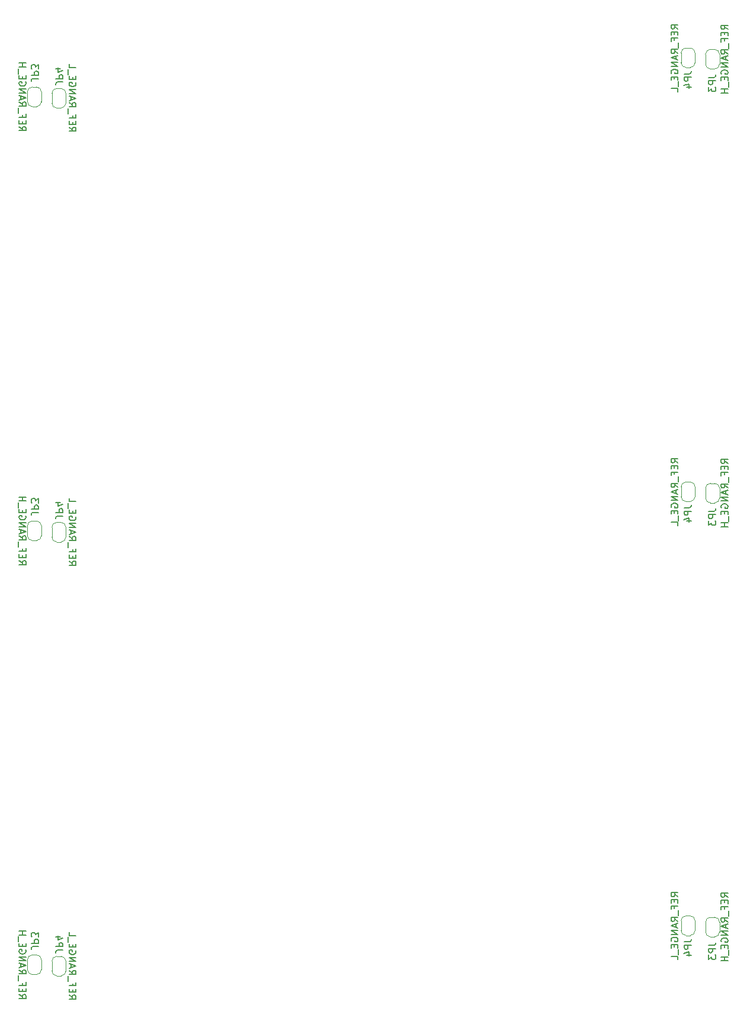
<source format=gbo>
G04 #@! TF.GenerationSoftware,KiCad,Pcbnew,7.0.5-7.0.5~ubuntu22.04.1*
G04 #@! TF.CreationDate,2023-06-19T14:44:07+01:00*
G04 #@! TF.ProjectId,panel,70616e65-6c2e-46b6-9963-61645f706362,v01*
G04 #@! TF.SameCoordinates,Original*
G04 #@! TF.FileFunction,Legend,Bot*
G04 #@! TF.FilePolarity,Positive*
%FSLAX46Y46*%
G04 Gerber Fmt 4.6, Leading zero omitted, Abs format (unit mm)*
G04 Created by KiCad (PCBNEW 7.0.5-7.0.5~ubuntu22.04.1) date 2023-06-19 14:44:07*
%MOMM*%
%LPD*%
G01*
G04 APERTURE LIST*
%ADD10C,0.150000*%
%ADD11C,0.120000*%
G04 APERTURE END LIST*
D10*
G04 #@! TO.C,JP4*
X6545180Y-154583333D02*
X5830895Y-154583333D01*
X5830895Y-154583333D02*
X5688038Y-154630952D01*
X5688038Y-154630952D02*
X5592800Y-154726190D01*
X5592800Y-154726190D02*
X5545180Y-154869047D01*
X5545180Y-154869047D02*
X5545180Y-154964285D01*
X5545180Y-154107142D02*
X6545180Y-154107142D01*
X6545180Y-154107142D02*
X6545180Y-153726190D01*
X6545180Y-153726190D02*
X6497561Y-153630952D01*
X6497561Y-153630952D02*
X6449942Y-153583333D01*
X6449942Y-153583333D02*
X6354704Y-153535714D01*
X6354704Y-153535714D02*
X6211847Y-153535714D01*
X6211847Y-153535714D02*
X6116609Y-153583333D01*
X6116609Y-153583333D02*
X6068990Y-153630952D01*
X6068990Y-153630952D02*
X6021371Y-153726190D01*
X6021371Y-153726190D02*
X6021371Y-154107142D01*
X6211847Y-152678571D02*
X5545180Y-152678571D01*
X6592800Y-152916666D02*
X5878514Y-153154761D01*
X5878514Y-153154761D02*
X5878514Y-152535714D01*
X7445180Y-161032857D02*
X7921371Y-161366190D01*
X7445180Y-161604285D02*
X8445180Y-161604285D01*
X8445180Y-161604285D02*
X8445180Y-161223333D01*
X8445180Y-161223333D02*
X8397561Y-161128095D01*
X8397561Y-161128095D02*
X8349942Y-161080476D01*
X8349942Y-161080476D02*
X8254704Y-161032857D01*
X8254704Y-161032857D02*
X8111847Y-161032857D01*
X8111847Y-161032857D02*
X8016609Y-161080476D01*
X8016609Y-161080476D02*
X7968990Y-161128095D01*
X7968990Y-161128095D02*
X7921371Y-161223333D01*
X7921371Y-161223333D02*
X7921371Y-161604285D01*
X7968990Y-160604285D02*
X7968990Y-160270952D01*
X7445180Y-160128095D02*
X7445180Y-160604285D01*
X7445180Y-160604285D02*
X8445180Y-160604285D01*
X8445180Y-160604285D02*
X8445180Y-160128095D01*
X7968990Y-159366190D02*
X7968990Y-159699523D01*
X7445180Y-159699523D02*
X8445180Y-159699523D01*
X8445180Y-159699523D02*
X8445180Y-159223333D01*
X7349942Y-159080476D02*
X7349942Y-158318571D01*
X7445180Y-157509047D02*
X7921371Y-157842380D01*
X7445180Y-158080475D02*
X8445180Y-158080475D01*
X8445180Y-158080475D02*
X8445180Y-157699523D01*
X8445180Y-157699523D02*
X8397561Y-157604285D01*
X8397561Y-157604285D02*
X8349942Y-157556666D01*
X8349942Y-157556666D02*
X8254704Y-157509047D01*
X8254704Y-157509047D02*
X8111847Y-157509047D01*
X8111847Y-157509047D02*
X8016609Y-157556666D01*
X8016609Y-157556666D02*
X7968990Y-157604285D01*
X7968990Y-157604285D02*
X7921371Y-157699523D01*
X7921371Y-157699523D02*
X7921371Y-158080475D01*
X7730895Y-157128094D02*
X7730895Y-156651904D01*
X7445180Y-157223332D02*
X8445180Y-156889999D01*
X8445180Y-156889999D02*
X7445180Y-156556666D01*
X7445180Y-156223332D02*
X8445180Y-156223332D01*
X8445180Y-156223332D02*
X7445180Y-155651904D01*
X7445180Y-155651904D02*
X8445180Y-155651904D01*
X8397561Y-154651904D02*
X8445180Y-154747142D01*
X8445180Y-154747142D02*
X8445180Y-154889999D01*
X8445180Y-154889999D02*
X8397561Y-155032856D01*
X8397561Y-155032856D02*
X8302323Y-155128094D01*
X8302323Y-155128094D02*
X8207085Y-155175713D01*
X8207085Y-155175713D02*
X8016609Y-155223332D01*
X8016609Y-155223332D02*
X7873752Y-155223332D01*
X7873752Y-155223332D02*
X7683276Y-155175713D01*
X7683276Y-155175713D02*
X7588038Y-155128094D01*
X7588038Y-155128094D02*
X7492800Y-155032856D01*
X7492800Y-155032856D02*
X7445180Y-154889999D01*
X7445180Y-154889999D02*
X7445180Y-154794761D01*
X7445180Y-154794761D02*
X7492800Y-154651904D01*
X7492800Y-154651904D02*
X7540419Y-154604285D01*
X7540419Y-154604285D02*
X7873752Y-154604285D01*
X7873752Y-154604285D02*
X7873752Y-154794761D01*
X7968990Y-154175713D02*
X7968990Y-153842380D01*
X7445180Y-153699523D02*
X7445180Y-154175713D01*
X7445180Y-154175713D02*
X8445180Y-154175713D01*
X8445180Y-154175713D02*
X8445180Y-153699523D01*
X7349942Y-153509047D02*
X7349942Y-152747142D01*
X7445180Y-152032856D02*
X7445180Y-152509046D01*
X7445180Y-152509046D02*
X8445180Y-152509046D01*
X95454819Y-29416666D02*
X96169104Y-29416666D01*
X96169104Y-29416666D02*
X96311961Y-29369047D01*
X96311961Y-29369047D02*
X96407200Y-29273809D01*
X96407200Y-29273809D02*
X96454819Y-29130952D01*
X96454819Y-29130952D02*
X96454819Y-29035714D01*
X96454819Y-29892857D02*
X95454819Y-29892857D01*
X95454819Y-29892857D02*
X95454819Y-30273809D01*
X95454819Y-30273809D02*
X95502438Y-30369047D01*
X95502438Y-30369047D02*
X95550057Y-30416666D01*
X95550057Y-30416666D02*
X95645295Y-30464285D01*
X95645295Y-30464285D02*
X95788152Y-30464285D01*
X95788152Y-30464285D02*
X95883390Y-30416666D01*
X95883390Y-30416666D02*
X95931009Y-30369047D01*
X95931009Y-30369047D02*
X95978628Y-30273809D01*
X95978628Y-30273809D02*
X95978628Y-29892857D01*
X95788152Y-31321428D02*
X96454819Y-31321428D01*
X95407200Y-31083333D02*
X96121485Y-30845238D01*
X96121485Y-30845238D02*
X96121485Y-31464285D01*
X94554819Y-22967142D02*
X94078628Y-22633809D01*
X94554819Y-22395714D02*
X93554819Y-22395714D01*
X93554819Y-22395714D02*
X93554819Y-22776666D01*
X93554819Y-22776666D02*
X93602438Y-22871904D01*
X93602438Y-22871904D02*
X93650057Y-22919523D01*
X93650057Y-22919523D02*
X93745295Y-22967142D01*
X93745295Y-22967142D02*
X93888152Y-22967142D01*
X93888152Y-22967142D02*
X93983390Y-22919523D01*
X93983390Y-22919523D02*
X94031009Y-22871904D01*
X94031009Y-22871904D02*
X94078628Y-22776666D01*
X94078628Y-22776666D02*
X94078628Y-22395714D01*
X94031009Y-23395714D02*
X94031009Y-23729047D01*
X94554819Y-23871904D02*
X94554819Y-23395714D01*
X94554819Y-23395714D02*
X93554819Y-23395714D01*
X93554819Y-23395714D02*
X93554819Y-23871904D01*
X94031009Y-24633809D02*
X94031009Y-24300476D01*
X94554819Y-24300476D02*
X93554819Y-24300476D01*
X93554819Y-24300476D02*
X93554819Y-24776666D01*
X94650057Y-24919524D02*
X94650057Y-25681428D01*
X94554819Y-26490952D02*
X94078628Y-26157619D01*
X94554819Y-25919524D02*
X93554819Y-25919524D01*
X93554819Y-25919524D02*
X93554819Y-26300476D01*
X93554819Y-26300476D02*
X93602438Y-26395714D01*
X93602438Y-26395714D02*
X93650057Y-26443333D01*
X93650057Y-26443333D02*
X93745295Y-26490952D01*
X93745295Y-26490952D02*
X93888152Y-26490952D01*
X93888152Y-26490952D02*
X93983390Y-26443333D01*
X93983390Y-26443333D02*
X94031009Y-26395714D01*
X94031009Y-26395714D02*
X94078628Y-26300476D01*
X94078628Y-26300476D02*
X94078628Y-25919524D01*
X94269104Y-26871905D02*
X94269104Y-27348095D01*
X94554819Y-26776667D02*
X93554819Y-27110000D01*
X93554819Y-27110000D02*
X94554819Y-27443333D01*
X94554819Y-27776667D02*
X93554819Y-27776667D01*
X93554819Y-27776667D02*
X94554819Y-28348095D01*
X94554819Y-28348095D02*
X93554819Y-28348095D01*
X93602438Y-29348095D02*
X93554819Y-29252857D01*
X93554819Y-29252857D02*
X93554819Y-29110000D01*
X93554819Y-29110000D02*
X93602438Y-28967143D01*
X93602438Y-28967143D02*
X93697676Y-28871905D01*
X93697676Y-28871905D02*
X93792914Y-28824286D01*
X93792914Y-28824286D02*
X93983390Y-28776667D01*
X93983390Y-28776667D02*
X94126247Y-28776667D01*
X94126247Y-28776667D02*
X94316723Y-28824286D01*
X94316723Y-28824286D02*
X94411961Y-28871905D01*
X94411961Y-28871905D02*
X94507200Y-28967143D01*
X94507200Y-28967143D02*
X94554819Y-29110000D01*
X94554819Y-29110000D02*
X94554819Y-29205238D01*
X94554819Y-29205238D02*
X94507200Y-29348095D01*
X94507200Y-29348095D02*
X94459580Y-29395714D01*
X94459580Y-29395714D02*
X94126247Y-29395714D01*
X94126247Y-29395714D02*
X94126247Y-29205238D01*
X94031009Y-29824286D02*
X94031009Y-30157619D01*
X94554819Y-30300476D02*
X94554819Y-29824286D01*
X94554819Y-29824286D02*
X93554819Y-29824286D01*
X93554819Y-29824286D02*
X93554819Y-30300476D01*
X94650057Y-30490953D02*
X94650057Y-31252857D01*
X94554819Y-31967143D02*
X94554819Y-31490953D01*
X94554819Y-31490953D02*
X93554819Y-31490953D01*
G04 #@! TO.C,JP3*
X98954819Y-29916666D02*
X99669104Y-29916666D01*
X99669104Y-29916666D02*
X99811961Y-29869047D01*
X99811961Y-29869047D02*
X99907200Y-29773809D01*
X99907200Y-29773809D02*
X99954819Y-29630952D01*
X99954819Y-29630952D02*
X99954819Y-29535714D01*
X99954819Y-30392857D02*
X98954819Y-30392857D01*
X98954819Y-30392857D02*
X98954819Y-30773809D01*
X98954819Y-30773809D02*
X99002438Y-30869047D01*
X99002438Y-30869047D02*
X99050057Y-30916666D01*
X99050057Y-30916666D02*
X99145295Y-30964285D01*
X99145295Y-30964285D02*
X99288152Y-30964285D01*
X99288152Y-30964285D02*
X99383390Y-30916666D01*
X99383390Y-30916666D02*
X99431009Y-30869047D01*
X99431009Y-30869047D02*
X99478628Y-30773809D01*
X99478628Y-30773809D02*
X99478628Y-30392857D01*
X98954819Y-31297619D02*
X98954819Y-31916666D01*
X98954819Y-31916666D02*
X99335771Y-31583333D01*
X99335771Y-31583333D02*
X99335771Y-31726190D01*
X99335771Y-31726190D02*
X99383390Y-31821428D01*
X99383390Y-31821428D02*
X99431009Y-31869047D01*
X99431009Y-31869047D02*
X99526247Y-31916666D01*
X99526247Y-31916666D02*
X99764342Y-31916666D01*
X99764342Y-31916666D02*
X99859580Y-31869047D01*
X99859580Y-31869047D02*
X99907200Y-31821428D01*
X99907200Y-31821428D02*
X99954819Y-31726190D01*
X99954819Y-31726190D02*
X99954819Y-31440476D01*
X99954819Y-31440476D02*
X99907200Y-31345238D01*
X99907200Y-31345238D02*
X99859580Y-31297619D01*
X101704819Y-23048094D02*
X101228628Y-22714761D01*
X101704819Y-22476666D02*
X100704819Y-22476666D01*
X100704819Y-22476666D02*
X100704819Y-22857618D01*
X100704819Y-22857618D02*
X100752438Y-22952856D01*
X100752438Y-22952856D02*
X100800057Y-23000475D01*
X100800057Y-23000475D02*
X100895295Y-23048094D01*
X100895295Y-23048094D02*
X101038152Y-23048094D01*
X101038152Y-23048094D02*
X101133390Y-23000475D01*
X101133390Y-23000475D02*
X101181009Y-22952856D01*
X101181009Y-22952856D02*
X101228628Y-22857618D01*
X101228628Y-22857618D02*
X101228628Y-22476666D01*
X101181009Y-23476666D02*
X101181009Y-23809999D01*
X101704819Y-23952856D02*
X101704819Y-23476666D01*
X101704819Y-23476666D02*
X100704819Y-23476666D01*
X100704819Y-23476666D02*
X100704819Y-23952856D01*
X101181009Y-24714761D02*
X101181009Y-24381428D01*
X101704819Y-24381428D02*
X100704819Y-24381428D01*
X100704819Y-24381428D02*
X100704819Y-24857618D01*
X101800057Y-25000476D02*
X101800057Y-25762380D01*
X101704819Y-26571904D02*
X101228628Y-26238571D01*
X101704819Y-26000476D02*
X100704819Y-26000476D01*
X100704819Y-26000476D02*
X100704819Y-26381428D01*
X100704819Y-26381428D02*
X100752438Y-26476666D01*
X100752438Y-26476666D02*
X100800057Y-26524285D01*
X100800057Y-26524285D02*
X100895295Y-26571904D01*
X100895295Y-26571904D02*
X101038152Y-26571904D01*
X101038152Y-26571904D02*
X101133390Y-26524285D01*
X101133390Y-26524285D02*
X101181009Y-26476666D01*
X101181009Y-26476666D02*
X101228628Y-26381428D01*
X101228628Y-26381428D02*
X101228628Y-26000476D01*
X101419104Y-26952857D02*
X101419104Y-27429047D01*
X101704819Y-26857619D02*
X100704819Y-27190952D01*
X100704819Y-27190952D02*
X101704819Y-27524285D01*
X101704819Y-27857619D02*
X100704819Y-27857619D01*
X100704819Y-27857619D02*
X101704819Y-28429047D01*
X101704819Y-28429047D02*
X100704819Y-28429047D01*
X100752438Y-29429047D02*
X100704819Y-29333809D01*
X100704819Y-29333809D02*
X100704819Y-29190952D01*
X100704819Y-29190952D02*
X100752438Y-29048095D01*
X100752438Y-29048095D02*
X100847676Y-28952857D01*
X100847676Y-28952857D02*
X100942914Y-28905238D01*
X100942914Y-28905238D02*
X101133390Y-28857619D01*
X101133390Y-28857619D02*
X101276247Y-28857619D01*
X101276247Y-28857619D02*
X101466723Y-28905238D01*
X101466723Y-28905238D02*
X101561961Y-28952857D01*
X101561961Y-28952857D02*
X101657200Y-29048095D01*
X101657200Y-29048095D02*
X101704819Y-29190952D01*
X101704819Y-29190952D02*
X101704819Y-29286190D01*
X101704819Y-29286190D02*
X101657200Y-29429047D01*
X101657200Y-29429047D02*
X101609580Y-29476666D01*
X101609580Y-29476666D02*
X101276247Y-29476666D01*
X101276247Y-29476666D02*
X101276247Y-29286190D01*
X101181009Y-29905238D02*
X101181009Y-30238571D01*
X101704819Y-30381428D02*
X101704819Y-29905238D01*
X101704819Y-29905238D02*
X100704819Y-29905238D01*
X100704819Y-29905238D02*
X100704819Y-30381428D01*
X101800057Y-30571905D02*
X101800057Y-31333809D01*
X101704819Y-31571905D02*
X100704819Y-31571905D01*
X101181009Y-31571905D02*
X101181009Y-32143333D01*
X101704819Y-32143333D02*
X100704819Y-32143333D01*
G04 #@! TO.C,JP4*
X95454819Y-91416666D02*
X96169104Y-91416666D01*
X96169104Y-91416666D02*
X96311961Y-91369047D01*
X96311961Y-91369047D02*
X96407200Y-91273809D01*
X96407200Y-91273809D02*
X96454819Y-91130952D01*
X96454819Y-91130952D02*
X96454819Y-91035714D01*
X96454819Y-91892857D02*
X95454819Y-91892857D01*
X95454819Y-91892857D02*
X95454819Y-92273809D01*
X95454819Y-92273809D02*
X95502438Y-92369047D01*
X95502438Y-92369047D02*
X95550057Y-92416666D01*
X95550057Y-92416666D02*
X95645295Y-92464285D01*
X95645295Y-92464285D02*
X95788152Y-92464285D01*
X95788152Y-92464285D02*
X95883390Y-92416666D01*
X95883390Y-92416666D02*
X95931009Y-92369047D01*
X95931009Y-92369047D02*
X95978628Y-92273809D01*
X95978628Y-92273809D02*
X95978628Y-91892857D01*
X95788152Y-93321428D02*
X96454819Y-93321428D01*
X95407200Y-93083333D02*
X96121485Y-92845238D01*
X96121485Y-92845238D02*
X96121485Y-93464285D01*
X94554819Y-84967142D02*
X94078628Y-84633809D01*
X94554819Y-84395714D02*
X93554819Y-84395714D01*
X93554819Y-84395714D02*
X93554819Y-84776666D01*
X93554819Y-84776666D02*
X93602438Y-84871904D01*
X93602438Y-84871904D02*
X93650057Y-84919523D01*
X93650057Y-84919523D02*
X93745295Y-84967142D01*
X93745295Y-84967142D02*
X93888152Y-84967142D01*
X93888152Y-84967142D02*
X93983390Y-84919523D01*
X93983390Y-84919523D02*
X94031009Y-84871904D01*
X94031009Y-84871904D02*
X94078628Y-84776666D01*
X94078628Y-84776666D02*
X94078628Y-84395714D01*
X94031009Y-85395714D02*
X94031009Y-85729047D01*
X94554819Y-85871904D02*
X94554819Y-85395714D01*
X94554819Y-85395714D02*
X93554819Y-85395714D01*
X93554819Y-85395714D02*
X93554819Y-85871904D01*
X94031009Y-86633809D02*
X94031009Y-86300476D01*
X94554819Y-86300476D02*
X93554819Y-86300476D01*
X93554819Y-86300476D02*
X93554819Y-86776666D01*
X94650057Y-86919524D02*
X94650057Y-87681428D01*
X94554819Y-88490952D02*
X94078628Y-88157619D01*
X94554819Y-87919524D02*
X93554819Y-87919524D01*
X93554819Y-87919524D02*
X93554819Y-88300476D01*
X93554819Y-88300476D02*
X93602438Y-88395714D01*
X93602438Y-88395714D02*
X93650057Y-88443333D01*
X93650057Y-88443333D02*
X93745295Y-88490952D01*
X93745295Y-88490952D02*
X93888152Y-88490952D01*
X93888152Y-88490952D02*
X93983390Y-88443333D01*
X93983390Y-88443333D02*
X94031009Y-88395714D01*
X94031009Y-88395714D02*
X94078628Y-88300476D01*
X94078628Y-88300476D02*
X94078628Y-87919524D01*
X94269104Y-88871905D02*
X94269104Y-89348095D01*
X94554819Y-88776667D02*
X93554819Y-89110000D01*
X93554819Y-89110000D02*
X94554819Y-89443333D01*
X94554819Y-89776667D02*
X93554819Y-89776667D01*
X93554819Y-89776667D02*
X94554819Y-90348095D01*
X94554819Y-90348095D02*
X93554819Y-90348095D01*
X93602438Y-91348095D02*
X93554819Y-91252857D01*
X93554819Y-91252857D02*
X93554819Y-91110000D01*
X93554819Y-91110000D02*
X93602438Y-90967143D01*
X93602438Y-90967143D02*
X93697676Y-90871905D01*
X93697676Y-90871905D02*
X93792914Y-90824286D01*
X93792914Y-90824286D02*
X93983390Y-90776667D01*
X93983390Y-90776667D02*
X94126247Y-90776667D01*
X94126247Y-90776667D02*
X94316723Y-90824286D01*
X94316723Y-90824286D02*
X94411961Y-90871905D01*
X94411961Y-90871905D02*
X94507200Y-90967143D01*
X94507200Y-90967143D02*
X94554819Y-91110000D01*
X94554819Y-91110000D02*
X94554819Y-91205238D01*
X94554819Y-91205238D02*
X94507200Y-91348095D01*
X94507200Y-91348095D02*
X94459580Y-91395714D01*
X94459580Y-91395714D02*
X94126247Y-91395714D01*
X94126247Y-91395714D02*
X94126247Y-91205238D01*
X94031009Y-91824286D02*
X94031009Y-92157619D01*
X94554819Y-92300476D02*
X94554819Y-91824286D01*
X94554819Y-91824286D02*
X93554819Y-91824286D01*
X93554819Y-91824286D02*
X93554819Y-92300476D01*
X94650057Y-92490953D02*
X94650057Y-93252857D01*
X94554819Y-93967143D02*
X94554819Y-93490953D01*
X94554819Y-93490953D02*
X93554819Y-93490953D01*
X6545180Y-92583333D02*
X5830895Y-92583333D01*
X5830895Y-92583333D02*
X5688038Y-92630952D01*
X5688038Y-92630952D02*
X5592800Y-92726190D01*
X5592800Y-92726190D02*
X5545180Y-92869047D01*
X5545180Y-92869047D02*
X5545180Y-92964285D01*
X5545180Y-92107142D02*
X6545180Y-92107142D01*
X6545180Y-92107142D02*
X6545180Y-91726190D01*
X6545180Y-91726190D02*
X6497561Y-91630952D01*
X6497561Y-91630952D02*
X6449942Y-91583333D01*
X6449942Y-91583333D02*
X6354704Y-91535714D01*
X6354704Y-91535714D02*
X6211847Y-91535714D01*
X6211847Y-91535714D02*
X6116609Y-91583333D01*
X6116609Y-91583333D02*
X6068990Y-91630952D01*
X6068990Y-91630952D02*
X6021371Y-91726190D01*
X6021371Y-91726190D02*
X6021371Y-92107142D01*
X6211847Y-90678571D02*
X5545180Y-90678571D01*
X6592800Y-90916666D02*
X5878514Y-91154761D01*
X5878514Y-91154761D02*
X5878514Y-90535714D01*
X7445180Y-99032857D02*
X7921371Y-99366190D01*
X7445180Y-99604285D02*
X8445180Y-99604285D01*
X8445180Y-99604285D02*
X8445180Y-99223333D01*
X8445180Y-99223333D02*
X8397561Y-99128095D01*
X8397561Y-99128095D02*
X8349942Y-99080476D01*
X8349942Y-99080476D02*
X8254704Y-99032857D01*
X8254704Y-99032857D02*
X8111847Y-99032857D01*
X8111847Y-99032857D02*
X8016609Y-99080476D01*
X8016609Y-99080476D02*
X7968990Y-99128095D01*
X7968990Y-99128095D02*
X7921371Y-99223333D01*
X7921371Y-99223333D02*
X7921371Y-99604285D01*
X7968990Y-98604285D02*
X7968990Y-98270952D01*
X7445180Y-98128095D02*
X7445180Y-98604285D01*
X7445180Y-98604285D02*
X8445180Y-98604285D01*
X8445180Y-98604285D02*
X8445180Y-98128095D01*
X7968990Y-97366190D02*
X7968990Y-97699523D01*
X7445180Y-97699523D02*
X8445180Y-97699523D01*
X8445180Y-97699523D02*
X8445180Y-97223333D01*
X7349942Y-97080476D02*
X7349942Y-96318571D01*
X7445180Y-95509047D02*
X7921371Y-95842380D01*
X7445180Y-96080475D02*
X8445180Y-96080475D01*
X8445180Y-96080475D02*
X8445180Y-95699523D01*
X8445180Y-95699523D02*
X8397561Y-95604285D01*
X8397561Y-95604285D02*
X8349942Y-95556666D01*
X8349942Y-95556666D02*
X8254704Y-95509047D01*
X8254704Y-95509047D02*
X8111847Y-95509047D01*
X8111847Y-95509047D02*
X8016609Y-95556666D01*
X8016609Y-95556666D02*
X7968990Y-95604285D01*
X7968990Y-95604285D02*
X7921371Y-95699523D01*
X7921371Y-95699523D02*
X7921371Y-96080475D01*
X7730895Y-95128094D02*
X7730895Y-94651904D01*
X7445180Y-95223332D02*
X8445180Y-94889999D01*
X8445180Y-94889999D02*
X7445180Y-94556666D01*
X7445180Y-94223332D02*
X8445180Y-94223332D01*
X8445180Y-94223332D02*
X7445180Y-93651904D01*
X7445180Y-93651904D02*
X8445180Y-93651904D01*
X8397561Y-92651904D02*
X8445180Y-92747142D01*
X8445180Y-92747142D02*
X8445180Y-92889999D01*
X8445180Y-92889999D02*
X8397561Y-93032856D01*
X8397561Y-93032856D02*
X8302323Y-93128094D01*
X8302323Y-93128094D02*
X8207085Y-93175713D01*
X8207085Y-93175713D02*
X8016609Y-93223332D01*
X8016609Y-93223332D02*
X7873752Y-93223332D01*
X7873752Y-93223332D02*
X7683276Y-93175713D01*
X7683276Y-93175713D02*
X7588038Y-93128094D01*
X7588038Y-93128094D02*
X7492800Y-93032856D01*
X7492800Y-93032856D02*
X7445180Y-92889999D01*
X7445180Y-92889999D02*
X7445180Y-92794761D01*
X7445180Y-92794761D02*
X7492800Y-92651904D01*
X7492800Y-92651904D02*
X7540419Y-92604285D01*
X7540419Y-92604285D02*
X7873752Y-92604285D01*
X7873752Y-92604285D02*
X7873752Y-92794761D01*
X7968990Y-92175713D02*
X7968990Y-91842380D01*
X7445180Y-91699523D02*
X7445180Y-92175713D01*
X7445180Y-92175713D02*
X8445180Y-92175713D01*
X8445180Y-92175713D02*
X8445180Y-91699523D01*
X7349942Y-91509047D02*
X7349942Y-90747142D01*
X7445180Y-90032856D02*
X7445180Y-90509046D01*
X7445180Y-90509046D02*
X8445180Y-90509046D01*
G04 #@! TO.C,JP3*
X98954819Y-91916666D02*
X99669104Y-91916666D01*
X99669104Y-91916666D02*
X99811961Y-91869047D01*
X99811961Y-91869047D02*
X99907200Y-91773809D01*
X99907200Y-91773809D02*
X99954819Y-91630952D01*
X99954819Y-91630952D02*
X99954819Y-91535714D01*
X99954819Y-92392857D02*
X98954819Y-92392857D01*
X98954819Y-92392857D02*
X98954819Y-92773809D01*
X98954819Y-92773809D02*
X99002438Y-92869047D01*
X99002438Y-92869047D02*
X99050057Y-92916666D01*
X99050057Y-92916666D02*
X99145295Y-92964285D01*
X99145295Y-92964285D02*
X99288152Y-92964285D01*
X99288152Y-92964285D02*
X99383390Y-92916666D01*
X99383390Y-92916666D02*
X99431009Y-92869047D01*
X99431009Y-92869047D02*
X99478628Y-92773809D01*
X99478628Y-92773809D02*
X99478628Y-92392857D01*
X98954819Y-93297619D02*
X98954819Y-93916666D01*
X98954819Y-93916666D02*
X99335771Y-93583333D01*
X99335771Y-93583333D02*
X99335771Y-93726190D01*
X99335771Y-93726190D02*
X99383390Y-93821428D01*
X99383390Y-93821428D02*
X99431009Y-93869047D01*
X99431009Y-93869047D02*
X99526247Y-93916666D01*
X99526247Y-93916666D02*
X99764342Y-93916666D01*
X99764342Y-93916666D02*
X99859580Y-93869047D01*
X99859580Y-93869047D02*
X99907200Y-93821428D01*
X99907200Y-93821428D02*
X99954819Y-93726190D01*
X99954819Y-93726190D02*
X99954819Y-93440476D01*
X99954819Y-93440476D02*
X99907200Y-93345238D01*
X99907200Y-93345238D02*
X99859580Y-93297619D01*
X101704819Y-85048094D02*
X101228628Y-84714761D01*
X101704819Y-84476666D02*
X100704819Y-84476666D01*
X100704819Y-84476666D02*
X100704819Y-84857618D01*
X100704819Y-84857618D02*
X100752438Y-84952856D01*
X100752438Y-84952856D02*
X100800057Y-85000475D01*
X100800057Y-85000475D02*
X100895295Y-85048094D01*
X100895295Y-85048094D02*
X101038152Y-85048094D01*
X101038152Y-85048094D02*
X101133390Y-85000475D01*
X101133390Y-85000475D02*
X101181009Y-84952856D01*
X101181009Y-84952856D02*
X101228628Y-84857618D01*
X101228628Y-84857618D02*
X101228628Y-84476666D01*
X101181009Y-85476666D02*
X101181009Y-85809999D01*
X101704819Y-85952856D02*
X101704819Y-85476666D01*
X101704819Y-85476666D02*
X100704819Y-85476666D01*
X100704819Y-85476666D02*
X100704819Y-85952856D01*
X101181009Y-86714761D02*
X101181009Y-86381428D01*
X101704819Y-86381428D02*
X100704819Y-86381428D01*
X100704819Y-86381428D02*
X100704819Y-86857618D01*
X101800057Y-87000476D02*
X101800057Y-87762380D01*
X101704819Y-88571904D02*
X101228628Y-88238571D01*
X101704819Y-88000476D02*
X100704819Y-88000476D01*
X100704819Y-88000476D02*
X100704819Y-88381428D01*
X100704819Y-88381428D02*
X100752438Y-88476666D01*
X100752438Y-88476666D02*
X100800057Y-88524285D01*
X100800057Y-88524285D02*
X100895295Y-88571904D01*
X100895295Y-88571904D02*
X101038152Y-88571904D01*
X101038152Y-88571904D02*
X101133390Y-88524285D01*
X101133390Y-88524285D02*
X101181009Y-88476666D01*
X101181009Y-88476666D02*
X101228628Y-88381428D01*
X101228628Y-88381428D02*
X101228628Y-88000476D01*
X101419104Y-88952857D02*
X101419104Y-89429047D01*
X101704819Y-88857619D02*
X100704819Y-89190952D01*
X100704819Y-89190952D02*
X101704819Y-89524285D01*
X101704819Y-89857619D02*
X100704819Y-89857619D01*
X100704819Y-89857619D02*
X101704819Y-90429047D01*
X101704819Y-90429047D02*
X100704819Y-90429047D01*
X100752438Y-91429047D02*
X100704819Y-91333809D01*
X100704819Y-91333809D02*
X100704819Y-91190952D01*
X100704819Y-91190952D02*
X100752438Y-91048095D01*
X100752438Y-91048095D02*
X100847676Y-90952857D01*
X100847676Y-90952857D02*
X100942914Y-90905238D01*
X100942914Y-90905238D02*
X101133390Y-90857619D01*
X101133390Y-90857619D02*
X101276247Y-90857619D01*
X101276247Y-90857619D02*
X101466723Y-90905238D01*
X101466723Y-90905238D02*
X101561961Y-90952857D01*
X101561961Y-90952857D02*
X101657200Y-91048095D01*
X101657200Y-91048095D02*
X101704819Y-91190952D01*
X101704819Y-91190952D02*
X101704819Y-91286190D01*
X101704819Y-91286190D02*
X101657200Y-91429047D01*
X101657200Y-91429047D02*
X101609580Y-91476666D01*
X101609580Y-91476666D02*
X101276247Y-91476666D01*
X101276247Y-91476666D02*
X101276247Y-91286190D01*
X101181009Y-91905238D02*
X101181009Y-92238571D01*
X101704819Y-92381428D02*
X101704819Y-91905238D01*
X101704819Y-91905238D02*
X100704819Y-91905238D01*
X100704819Y-91905238D02*
X100704819Y-92381428D01*
X101800057Y-92571905D02*
X101800057Y-93333809D01*
X101704819Y-93571905D02*
X100704819Y-93571905D01*
X101181009Y-93571905D02*
X101181009Y-94143333D01*
X101704819Y-94143333D02*
X100704819Y-94143333D01*
X98954819Y-153916666D02*
X99669104Y-153916666D01*
X99669104Y-153916666D02*
X99811961Y-153869047D01*
X99811961Y-153869047D02*
X99907200Y-153773809D01*
X99907200Y-153773809D02*
X99954819Y-153630952D01*
X99954819Y-153630952D02*
X99954819Y-153535714D01*
X99954819Y-154392857D02*
X98954819Y-154392857D01*
X98954819Y-154392857D02*
X98954819Y-154773809D01*
X98954819Y-154773809D02*
X99002438Y-154869047D01*
X99002438Y-154869047D02*
X99050057Y-154916666D01*
X99050057Y-154916666D02*
X99145295Y-154964285D01*
X99145295Y-154964285D02*
X99288152Y-154964285D01*
X99288152Y-154964285D02*
X99383390Y-154916666D01*
X99383390Y-154916666D02*
X99431009Y-154869047D01*
X99431009Y-154869047D02*
X99478628Y-154773809D01*
X99478628Y-154773809D02*
X99478628Y-154392857D01*
X98954819Y-155297619D02*
X98954819Y-155916666D01*
X98954819Y-155916666D02*
X99335771Y-155583333D01*
X99335771Y-155583333D02*
X99335771Y-155726190D01*
X99335771Y-155726190D02*
X99383390Y-155821428D01*
X99383390Y-155821428D02*
X99431009Y-155869047D01*
X99431009Y-155869047D02*
X99526247Y-155916666D01*
X99526247Y-155916666D02*
X99764342Y-155916666D01*
X99764342Y-155916666D02*
X99859580Y-155869047D01*
X99859580Y-155869047D02*
X99907200Y-155821428D01*
X99907200Y-155821428D02*
X99954819Y-155726190D01*
X99954819Y-155726190D02*
X99954819Y-155440476D01*
X99954819Y-155440476D02*
X99907200Y-155345238D01*
X99907200Y-155345238D02*
X99859580Y-155297619D01*
X101704819Y-147048094D02*
X101228628Y-146714761D01*
X101704819Y-146476666D02*
X100704819Y-146476666D01*
X100704819Y-146476666D02*
X100704819Y-146857618D01*
X100704819Y-146857618D02*
X100752438Y-146952856D01*
X100752438Y-146952856D02*
X100800057Y-147000475D01*
X100800057Y-147000475D02*
X100895295Y-147048094D01*
X100895295Y-147048094D02*
X101038152Y-147048094D01*
X101038152Y-147048094D02*
X101133390Y-147000475D01*
X101133390Y-147000475D02*
X101181009Y-146952856D01*
X101181009Y-146952856D02*
X101228628Y-146857618D01*
X101228628Y-146857618D02*
X101228628Y-146476666D01*
X101181009Y-147476666D02*
X101181009Y-147809999D01*
X101704819Y-147952856D02*
X101704819Y-147476666D01*
X101704819Y-147476666D02*
X100704819Y-147476666D01*
X100704819Y-147476666D02*
X100704819Y-147952856D01*
X101181009Y-148714761D02*
X101181009Y-148381428D01*
X101704819Y-148381428D02*
X100704819Y-148381428D01*
X100704819Y-148381428D02*
X100704819Y-148857618D01*
X101800057Y-149000476D02*
X101800057Y-149762380D01*
X101704819Y-150571904D02*
X101228628Y-150238571D01*
X101704819Y-150000476D02*
X100704819Y-150000476D01*
X100704819Y-150000476D02*
X100704819Y-150381428D01*
X100704819Y-150381428D02*
X100752438Y-150476666D01*
X100752438Y-150476666D02*
X100800057Y-150524285D01*
X100800057Y-150524285D02*
X100895295Y-150571904D01*
X100895295Y-150571904D02*
X101038152Y-150571904D01*
X101038152Y-150571904D02*
X101133390Y-150524285D01*
X101133390Y-150524285D02*
X101181009Y-150476666D01*
X101181009Y-150476666D02*
X101228628Y-150381428D01*
X101228628Y-150381428D02*
X101228628Y-150000476D01*
X101419104Y-150952857D02*
X101419104Y-151429047D01*
X101704819Y-150857619D02*
X100704819Y-151190952D01*
X100704819Y-151190952D02*
X101704819Y-151524285D01*
X101704819Y-151857619D02*
X100704819Y-151857619D01*
X100704819Y-151857619D02*
X101704819Y-152429047D01*
X101704819Y-152429047D02*
X100704819Y-152429047D01*
X100752438Y-153429047D02*
X100704819Y-153333809D01*
X100704819Y-153333809D02*
X100704819Y-153190952D01*
X100704819Y-153190952D02*
X100752438Y-153048095D01*
X100752438Y-153048095D02*
X100847676Y-152952857D01*
X100847676Y-152952857D02*
X100942914Y-152905238D01*
X100942914Y-152905238D02*
X101133390Y-152857619D01*
X101133390Y-152857619D02*
X101276247Y-152857619D01*
X101276247Y-152857619D02*
X101466723Y-152905238D01*
X101466723Y-152905238D02*
X101561961Y-152952857D01*
X101561961Y-152952857D02*
X101657200Y-153048095D01*
X101657200Y-153048095D02*
X101704819Y-153190952D01*
X101704819Y-153190952D02*
X101704819Y-153286190D01*
X101704819Y-153286190D02*
X101657200Y-153429047D01*
X101657200Y-153429047D02*
X101609580Y-153476666D01*
X101609580Y-153476666D02*
X101276247Y-153476666D01*
X101276247Y-153476666D02*
X101276247Y-153286190D01*
X101181009Y-153905238D02*
X101181009Y-154238571D01*
X101704819Y-154381428D02*
X101704819Y-153905238D01*
X101704819Y-153905238D02*
X100704819Y-153905238D01*
X100704819Y-153905238D02*
X100704819Y-154381428D01*
X101800057Y-154571905D02*
X101800057Y-155333809D01*
X101704819Y-155571905D02*
X100704819Y-155571905D01*
X101181009Y-155571905D02*
X101181009Y-156143333D01*
X101704819Y-156143333D02*
X100704819Y-156143333D01*
G04 #@! TO.C,JP4*
X6545180Y-30583333D02*
X5830895Y-30583333D01*
X5830895Y-30583333D02*
X5688038Y-30630952D01*
X5688038Y-30630952D02*
X5592800Y-30726190D01*
X5592800Y-30726190D02*
X5545180Y-30869047D01*
X5545180Y-30869047D02*
X5545180Y-30964285D01*
X5545180Y-30107142D02*
X6545180Y-30107142D01*
X6545180Y-30107142D02*
X6545180Y-29726190D01*
X6545180Y-29726190D02*
X6497561Y-29630952D01*
X6497561Y-29630952D02*
X6449942Y-29583333D01*
X6449942Y-29583333D02*
X6354704Y-29535714D01*
X6354704Y-29535714D02*
X6211847Y-29535714D01*
X6211847Y-29535714D02*
X6116609Y-29583333D01*
X6116609Y-29583333D02*
X6068990Y-29630952D01*
X6068990Y-29630952D02*
X6021371Y-29726190D01*
X6021371Y-29726190D02*
X6021371Y-30107142D01*
X6211847Y-28678571D02*
X5545180Y-28678571D01*
X6592800Y-28916666D02*
X5878514Y-29154761D01*
X5878514Y-29154761D02*
X5878514Y-28535714D01*
X7445180Y-37032857D02*
X7921371Y-37366190D01*
X7445180Y-37604285D02*
X8445180Y-37604285D01*
X8445180Y-37604285D02*
X8445180Y-37223333D01*
X8445180Y-37223333D02*
X8397561Y-37128095D01*
X8397561Y-37128095D02*
X8349942Y-37080476D01*
X8349942Y-37080476D02*
X8254704Y-37032857D01*
X8254704Y-37032857D02*
X8111847Y-37032857D01*
X8111847Y-37032857D02*
X8016609Y-37080476D01*
X8016609Y-37080476D02*
X7968990Y-37128095D01*
X7968990Y-37128095D02*
X7921371Y-37223333D01*
X7921371Y-37223333D02*
X7921371Y-37604285D01*
X7968990Y-36604285D02*
X7968990Y-36270952D01*
X7445180Y-36128095D02*
X7445180Y-36604285D01*
X7445180Y-36604285D02*
X8445180Y-36604285D01*
X8445180Y-36604285D02*
X8445180Y-36128095D01*
X7968990Y-35366190D02*
X7968990Y-35699523D01*
X7445180Y-35699523D02*
X8445180Y-35699523D01*
X8445180Y-35699523D02*
X8445180Y-35223333D01*
X7349942Y-35080476D02*
X7349942Y-34318571D01*
X7445180Y-33509047D02*
X7921371Y-33842380D01*
X7445180Y-34080475D02*
X8445180Y-34080475D01*
X8445180Y-34080475D02*
X8445180Y-33699523D01*
X8445180Y-33699523D02*
X8397561Y-33604285D01*
X8397561Y-33604285D02*
X8349942Y-33556666D01*
X8349942Y-33556666D02*
X8254704Y-33509047D01*
X8254704Y-33509047D02*
X8111847Y-33509047D01*
X8111847Y-33509047D02*
X8016609Y-33556666D01*
X8016609Y-33556666D02*
X7968990Y-33604285D01*
X7968990Y-33604285D02*
X7921371Y-33699523D01*
X7921371Y-33699523D02*
X7921371Y-34080475D01*
X7730895Y-33128094D02*
X7730895Y-32651904D01*
X7445180Y-33223332D02*
X8445180Y-32889999D01*
X8445180Y-32889999D02*
X7445180Y-32556666D01*
X7445180Y-32223332D02*
X8445180Y-32223332D01*
X8445180Y-32223332D02*
X7445180Y-31651904D01*
X7445180Y-31651904D02*
X8445180Y-31651904D01*
X8397561Y-30651904D02*
X8445180Y-30747142D01*
X8445180Y-30747142D02*
X8445180Y-30889999D01*
X8445180Y-30889999D02*
X8397561Y-31032856D01*
X8397561Y-31032856D02*
X8302323Y-31128094D01*
X8302323Y-31128094D02*
X8207085Y-31175713D01*
X8207085Y-31175713D02*
X8016609Y-31223332D01*
X8016609Y-31223332D02*
X7873752Y-31223332D01*
X7873752Y-31223332D02*
X7683276Y-31175713D01*
X7683276Y-31175713D02*
X7588038Y-31128094D01*
X7588038Y-31128094D02*
X7492800Y-31032856D01*
X7492800Y-31032856D02*
X7445180Y-30889999D01*
X7445180Y-30889999D02*
X7445180Y-30794761D01*
X7445180Y-30794761D02*
X7492800Y-30651904D01*
X7492800Y-30651904D02*
X7540419Y-30604285D01*
X7540419Y-30604285D02*
X7873752Y-30604285D01*
X7873752Y-30604285D02*
X7873752Y-30794761D01*
X7968990Y-30175713D02*
X7968990Y-29842380D01*
X7445180Y-29699523D02*
X7445180Y-30175713D01*
X7445180Y-30175713D02*
X8445180Y-30175713D01*
X8445180Y-30175713D02*
X8445180Y-29699523D01*
X7349942Y-29509047D02*
X7349942Y-28747142D01*
X7445180Y-28032856D02*
X7445180Y-28509046D01*
X7445180Y-28509046D02*
X8445180Y-28509046D01*
G04 #@! TO.C,JP3*
X3045180Y-92083333D02*
X2330895Y-92083333D01*
X2330895Y-92083333D02*
X2188038Y-92130952D01*
X2188038Y-92130952D02*
X2092800Y-92226190D01*
X2092800Y-92226190D02*
X2045180Y-92369047D01*
X2045180Y-92369047D02*
X2045180Y-92464285D01*
X2045180Y-91607142D02*
X3045180Y-91607142D01*
X3045180Y-91607142D02*
X3045180Y-91226190D01*
X3045180Y-91226190D02*
X2997561Y-91130952D01*
X2997561Y-91130952D02*
X2949942Y-91083333D01*
X2949942Y-91083333D02*
X2854704Y-91035714D01*
X2854704Y-91035714D02*
X2711847Y-91035714D01*
X2711847Y-91035714D02*
X2616609Y-91083333D01*
X2616609Y-91083333D02*
X2568990Y-91130952D01*
X2568990Y-91130952D02*
X2521371Y-91226190D01*
X2521371Y-91226190D02*
X2521371Y-91607142D01*
X3045180Y-90702380D02*
X3045180Y-90083333D01*
X3045180Y-90083333D02*
X2664228Y-90416666D01*
X2664228Y-90416666D02*
X2664228Y-90273809D01*
X2664228Y-90273809D02*
X2616609Y-90178571D01*
X2616609Y-90178571D02*
X2568990Y-90130952D01*
X2568990Y-90130952D02*
X2473752Y-90083333D01*
X2473752Y-90083333D02*
X2235657Y-90083333D01*
X2235657Y-90083333D02*
X2140419Y-90130952D01*
X2140419Y-90130952D02*
X2092800Y-90178571D01*
X2092800Y-90178571D02*
X2045180Y-90273809D01*
X2045180Y-90273809D02*
X2045180Y-90559523D01*
X2045180Y-90559523D02*
X2092800Y-90654761D01*
X2092800Y-90654761D02*
X2140419Y-90702380D01*
X295180Y-98951905D02*
X771371Y-99285238D01*
X295180Y-99523333D02*
X1295180Y-99523333D01*
X1295180Y-99523333D02*
X1295180Y-99142381D01*
X1295180Y-99142381D02*
X1247561Y-99047143D01*
X1247561Y-99047143D02*
X1199942Y-98999524D01*
X1199942Y-98999524D02*
X1104704Y-98951905D01*
X1104704Y-98951905D02*
X961847Y-98951905D01*
X961847Y-98951905D02*
X866609Y-98999524D01*
X866609Y-98999524D02*
X818990Y-99047143D01*
X818990Y-99047143D02*
X771371Y-99142381D01*
X771371Y-99142381D02*
X771371Y-99523333D01*
X818990Y-98523333D02*
X818990Y-98190000D01*
X295180Y-98047143D02*
X295180Y-98523333D01*
X295180Y-98523333D02*
X1295180Y-98523333D01*
X1295180Y-98523333D02*
X1295180Y-98047143D01*
X818990Y-97285238D02*
X818990Y-97618571D01*
X295180Y-97618571D02*
X1295180Y-97618571D01*
X1295180Y-97618571D02*
X1295180Y-97142381D01*
X199942Y-96999524D02*
X199942Y-96237619D01*
X295180Y-95428095D02*
X771371Y-95761428D01*
X295180Y-95999523D02*
X1295180Y-95999523D01*
X1295180Y-95999523D02*
X1295180Y-95618571D01*
X1295180Y-95618571D02*
X1247561Y-95523333D01*
X1247561Y-95523333D02*
X1199942Y-95475714D01*
X1199942Y-95475714D02*
X1104704Y-95428095D01*
X1104704Y-95428095D02*
X961847Y-95428095D01*
X961847Y-95428095D02*
X866609Y-95475714D01*
X866609Y-95475714D02*
X818990Y-95523333D01*
X818990Y-95523333D02*
X771371Y-95618571D01*
X771371Y-95618571D02*
X771371Y-95999523D01*
X580895Y-95047142D02*
X580895Y-94570952D01*
X295180Y-95142380D02*
X1295180Y-94809047D01*
X1295180Y-94809047D02*
X295180Y-94475714D01*
X295180Y-94142380D02*
X1295180Y-94142380D01*
X1295180Y-94142380D02*
X295180Y-93570952D01*
X295180Y-93570952D02*
X1295180Y-93570952D01*
X1247561Y-92570952D02*
X1295180Y-92666190D01*
X1295180Y-92666190D02*
X1295180Y-92809047D01*
X1295180Y-92809047D02*
X1247561Y-92951904D01*
X1247561Y-92951904D02*
X1152323Y-93047142D01*
X1152323Y-93047142D02*
X1057085Y-93094761D01*
X1057085Y-93094761D02*
X866609Y-93142380D01*
X866609Y-93142380D02*
X723752Y-93142380D01*
X723752Y-93142380D02*
X533276Y-93094761D01*
X533276Y-93094761D02*
X438038Y-93047142D01*
X438038Y-93047142D02*
X342800Y-92951904D01*
X342800Y-92951904D02*
X295180Y-92809047D01*
X295180Y-92809047D02*
X295180Y-92713809D01*
X295180Y-92713809D02*
X342800Y-92570952D01*
X342800Y-92570952D02*
X390419Y-92523333D01*
X390419Y-92523333D02*
X723752Y-92523333D01*
X723752Y-92523333D02*
X723752Y-92713809D01*
X818990Y-92094761D02*
X818990Y-91761428D01*
X295180Y-91618571D02*
X295180Y-92094761D01*
X295180Y-92094761D02*
X1295180Y-92094761D01*
X1295180Y-92094761D02*
X1295180Y-91618571D01*
X199942Y-91428095D02*
X199942Y-90666190D01*
X295180Y-90428094D02*
X1295180Y-90428094D01*
X818990Y-90428094D02*
X818990Y-89856666D01*
X295180Y-89856666D02*
X1295180Y-89856666D01*
X3045180Y-30083333D02*
X2330895Y-30083333D01*
X2330895Y-30083333D02*
X2188038Y-30130952D01*
X2188038Y-30130952D02*
X2092800Y-30226190D01*
X2092800Y-30226190D02*
X2045180Y-30369047D01*
X2045180Y-30369047D02*
X2045180Y-30464285D01*
X2045180Y-29607142D02*
X3045180Y-29607142D01*
X3045180Y-29607142D02*
X3045180Y-29226190D01*
X3045180Y-29226190D02*
X2997561Y-29130952D01*
X2997561Y-29130952D02*
X2949942Y-29083333D01*
X2949942Y-29083333D02*
X2854704Y-29035714D01*
X2854704Y-29035714D02*
X2711847Y-29035714D01*
X2711847Y-29035714D02*
X2616609Y-29083333D01*
X2616609Y-29083333D02*
X2568990Y-29130952D01*
X2568990Y-29130952D02*
X2521371Y-29226190D01*
X2521371Y-29226190D02*
X2521371Y-29607142D01*
X3045180Y-28702380D02*
X3045180Y-28083333D01*
X3045180Y-28083333D02*
X2664228Y-28416666D01*
X2664228Y-28416666D02*
X2664228Y-28273809D01*
X2664228Y-28273809D02*
X2616609Y-28178571D01*
X2616609Y-28178571D02*
X2568990Y-28130952D01*
X2568990Y-28130952D02*
X2473752Y-28083333D01*
X2473752Y-28083333D02*
X2235657Y-28083333D01*
X2235657Y-28083333D02*
X2140419Y-28130952D01*
X2140419Y-28130952D02*
X2092800Y-28178571D01*
X2092800Y-28178571D02*
X2045180Y-28273809D01*
X2045180Y-28273809D02*
X2045180Y-28559523D01*
X2045180Y-28559523D02*
X2092800Y-28654761D01*
X2092800Y-28654761D02*
X2140419Y-28702380D01*
X295180Y-36951905D02*
X771371Y-37285238D01*
X295180Y-37523333D02*
X1295180Y-37523333D01*
X1295180Y-37523333D02*
X1295180Y-37142381D01*
X1295180Y-37142381D02*
X1247561Y-37047143D01*
X1247561Y-37047143D02*
X1199942Y-36999524D01*
X1199942Y-36999524D02*
X1104704Y-36951905D01*
X1104704Y-36951905D02*
X961847Y-36951905D01*
X961847Y-36951905D02*
X866609Y-36999524D01*
X866609Y-36999524D02*
X818990Y-37047143D01*
X818990Y-37047143D02*
X771371Y-37142381D01*
X771371Y-37142381D02*
X771371Y-37523333D01*
X818990Y-36523333D02*
X818990Y-36190000D01*
X295180Y-36047143D02*
X295180Y-36523333D01*
X295180Y-36523333D02*
X1295180Y-36523333D01*
X1295180Y-36523333D02*
X1295180Y-36047143D01*
X818990Y-35285238D02*
X818990Y-35618571D01*
X295180Y-35618571D02*
X1295180Y-35618571D01*
X1295180Y-35618571D02*
X1295180Y-35142381D01*
X199942Y-34999524D02*
X199942Y-34237619D01*
X295180Y-33428095D02*
X771371Y-33761428D01*
X295180Y-33999523D02*
X1295180Y-33999523D01*
X1295180Y-33999523D02*
X1295180Y-33618571D01*
X1295180Y-33618571D02*
X1247561Y-33523333D01*
X1247561Y-33523333D02*
X1199942Y-33475714D01*
X1199942Y-33475714D02*
X1104704Y-33428095D01*
X1104704Y-33428095D02*
X961847Y-33428095D01*
X961847Y-33428095D02*
X866609Y-33475714D01*
X866609Y-33475714D02*
X818990Y-33523333D01*
X818990Y-33523333D02*
X771371Y-33618571D01*
X771371Y-33618571D02*
X771371Y-33999523D01*
X580895Y-33047142D02*
X580895Y-32570952D01*
X295180Y-33142380D02*
X1295180Y-32809047D01*
X1295180Y-32809047D02*
X295180Y-32475714D01*
X295180Y-32142380D02*
X1295180Y-32142380D01*
X1295180Y-32142380D02*
X295180Y-31570952D01*
X295180Y-31570952D02*
X1295180Y-31570952D01*
X1247561Y-30570952D02*
X1295180Y-30666190D01*
X1295180Y-30666190D02*
X1295180Y-30809047D01*
X1295180Y-30809047D02*
X1247561Y-30951904D01*
X1247561Y-30951904D02*
X1152323Y-31047142D01*
X1152323Y-31047142D02*
X1057085Y-31094761D01*
X1057085Y-31094761D02*
X866609Y-31142380D01*
X866609Y-31142380D02*
X723752Y-31142380D01*
X723752Y-31142380D02*
X533276Y-31094761D01*
X533276Y-31094761D02*
X438038Y-31047142D01*
X438038Y-31047142D02*
X342800Y-30951904D01*
X342800Y-30951904D02*
X295180Y-30809047D01*
X295180Y-30809047D02*
X295180Y-30713809D01*
X295180Y-30713809D02*
X342800Y-30570952D01*
X342800Y-30570952D02*
X390419Y-30523333D01*
X390419Y-30523333D02*
X723752Y-30523333D01*
X723752Y-30523333D02*
X723752Y-30713809D01*
X818990Y-30094761D02*
X818990Y-29761428D01*
X295180Y-29618571D02*
X295180Y-30094761D01*
X295180Y-30094761D02*
X1295180Y-30094761D01*
X1295180Y-30094761D02*
X1295180Y-29618571D01*
X199942Y-29428095D02*
X199942Y-28666190D01*
X295180Y-28428094D02*
X1295180Y-28428094D01*
X818990Y-28428094D02*
X818990Y-27856666D01*
X295180Y-27856666D02*
X1295180Y-27856666D01*
G04 #@! TO.C,JP4*
X95454819Y-153416666D02*
X96169104Y-153416666D01*
X96169104Y-153416666D02*
X96311961Y-153369047D01*
X96311961Y-153369047D02*
X96407200Y-153273809D01*
X96407200Y-153273809D02*
X96454819Y-153130952D01*
X96454819Y-153130952D02*
X96454819Y-153035714D01*
X96454819Y-153892857D02*
X95454819Y-153892857D01*
X95454819Y-153892857D02*
X95454819Y-154273809D01*
X95454819Y-154273809D02*
X95502438Y-154369047D01*
X95502438Y-154369047D02*
X95550057Y-154416666D01*
X95550057Y-154416666D02*
X95645295Y-154464285D01*
X95645295Y-154464285D02*
X95788152Y-154464285D01*
X95788152Y-154464285D02*
X95883390Y-154416666D01*
X95883390Y-154416666D02*
X95931009Y-154369047D01*
X95931009Y-154369047D02*
X95978628Y-154273809D01*
X95978628Y-154273809D02*
X95978628Y-153892857D01*
X95788152Y-155321428D02*
X96454819Y-155321428D01*
X95407200Y-155083333D02*
X96121485Y-154845238D01*
X96121485Y-154845238D02*
X96121485Y-155464285D01*
X94554819Y-146967142D02*
X94078628Y-146633809D01*
X94554819Y-146395714D02*
X93554819Y-146395714D01*
X93554819Y-146395714D02*
X93554819Y-146776666D01*
X93554819Y-146776666D02*
X93602438Y-146871904D01*
X93602438Y-146871904D02*
X93650057Y-146919523D01*
X93650057Y-146919523D02*
X93745295Y-146967142D01*
X93745295Y-146967142D02*
X93888152Y-146967142D01*
X93888152Y-146967142D02*
X93983390Y-146919523D01*
X93983390Y-146919523D02*
X94031009Y-146871904D01*
X94031009Y-146871904D02*
X94078628Y-146776666D01*
X94078628Y-146776666D02*
X94078628Y-146395714D01*
X94031009Y-147395714D02*
X94031009Y-147729047D01*
X94554819Y-147871904D02*
X94554819Y-147395714D01*
X94554819Y-147395714D02*
X93554819Y-147395714D01*
X93554819Y-147395714D02*
X93554819Y-147871904D01*
X94031009Y-148633809D02*
X94031009Y-148300476D01*
X94554819Y-148300476D02*
X93554819Y-148300476D01*
X93554819Y-148300476D02*
X93554819Y-148776666D01*
X94650057Y-148919524D02*
X94650057Y-149681428D01*
X94554819Y-150490952D02*
X94078628Y-150157619D01*
X94554819Y-149919524D02*
X93554819Y-149919524D01*
X93554819Y-149919524D02*
X93554819Y-150300476D01*
X93554819Y-150300476D02*
X93602438Y-150395714D01*
X93602438Y-150395714D02*
X93650057Y-150443333D01*
X93650057Y-150443333D02*
X93745295Y-150490952D01*
X93745295Y-150490952D02*
X93888152Y-150490952D01*
X93888152Y-150490952D02*
X93983390Y-150443333D01*
X93983390Y-150443333D02*
X94031009Y-150395714D01*
X94031009Y-150395714D02*
X94078628Y-150300476D01*
X94078628Y-150300476D02*
X94078628Y-149919524D01*
X94269104Y-150871905D02*
X94269104Y-151348095D01*
X94554819Y-150776667D02*
X93554819Y-151110000D01*
X93554819Y-151110000D02*
X94554819Y-151443333D01*
X94554819Y-151776667D02*
X93554819Y-151776667D01*
X93554819Y-151776667D02*
X94554819Y-152348095D01*
X94554819Y-152348095D02*
X93554819Y-152348095D01*
X93602438Y-153348095D02*
X93554819Y-153252857D01*
X93554819Y-153252857D02*
X93554819Y-153110000D01*
X93554819Y-153110000D02*
X93602438Y-152967143D01*
X93602438Y-152967143D02*
X93697676Y-152871905D01*
X93697676Y-152871905D02*
X93792914Y-152824286D01*
X93792914Y-152824286D02*
X93983390Y-152776667D01*
X93983390Y-152776667D02*
X94126247Y-152776667D01*
X94126247Y-152776667D02*
X94316723Y-152824286D01*
X94316723Y-152824286D02*
X94411961Y-152871905D01*
X94411961Y-152871905D02*
X94507200Y-152967143D01*
X94507200Y-152967143D02*
X94554819Y-153110000D01*
X94554819Y-153110000D02*
X94554819Y-153205238D01*
X94554819Y-153205238D02*
X94507200Y-153348095D01*
X94507200Y-153348095D02*
X94459580Y-153395714D01*
X94459580Y-153395714D02*
X94126247Y-153395714D01*
X94126247Y-153395714D02*
X94126247Y-153205238D01*
X94031009Y-153824286D02*
X94031009Y-154157619D01*
X94554819Y-154300476D02*
X94554819Y-153824286D01*
X94554819Y-153824286D02*
X93554819Y-153824286D01*
X93554819Y-153824286D02*
X93554819Y-154300476D01*
X94650057Y-154490953D02*
X94650057Y-155252857D01*
X94554819Y-155967143D02*
X94554819Y-155490953D01*
X94554819Y-155490953D02*
X93554819Y-155490953D01*
G04 #@! TO.C,JP3*
X3045180Y-154083333D02*
X2330895Y-154083333D01*
X2330895Y-154083333D02*
X2188038Y-154130952D01*
X2188038Y-154130952D02*
X2092800Y-154226190D01*
X2092800Y-154226190D02*
X2045180Y-154369047D01*
X2045180Y-154369047D02*
X2045180Y-154464285D01*
X2045180Y-153607142D02*
X3045180Y-153607142D01*
X3045180Y-153607142D02*
X3045180Y-153226190D01*
X3045180Y-153226190D02*
X2997561Y-153130952D01*
X2997561Y-153130952D02*
X2949942Y-153083333D01*
X2949942Y-153083333D02*
X2854704Y-153035714D01*
X2854704Y-153035714D02*
X2711847Y-153035714D01*
X2711847Y-153035714D02*
X2616609Y-153083333D01*
X2616609Y-153083333D02*
X2568990Y-153130952D01*
X2568990Y-153130952D02*
X2521371Y-153226190D01*
X2521371Y-153226190D02*
X2521371Y-153607142D01*
X3045180Y-152702380D02*
X3045180Y-152083333D01*
X3045180Y-152083333D02*
X2664228Y-152416666D01*
X2664228Y-152416666D02*
X2664228Y-152273809D01*
X2664228Y-152273809D02*
X2616609Y-152178571D01*
X2616609Y-152178571D02*
X2568990Y-152130952D01*
X2568990Y-152130952D02*
X2473752Y-152083333D01*
X2473752Y-152083333D02*
X2235657Y-152083333D01*
X2235657Y-152083333D02*
X2140419Y-152130952D01*
X2140419Y-152130952D02*
X2092800Y-152178571D01*
X2092800Y-152178571D02*
X2045180Y-152273809D01*
X2045180Y-152273809D02*
X2045180Y-152559523D01*
X2045180Y-152559523D02*
X2092800Y-152654761D01*
X2092800Y-152654761D02*
X2140419Y-152702380D01*
X295180Y-160951905D02*
X771371Y-161285238D01*
X295180Y-161523333D02*
X1295180Y-161523333D01*
X1295180Y-161523333D02*
X1295180Y-161142381D01*
X1295180Y-161142381D02*
X1247561Y-161047143D01*
X1247561Y-161047143D02*
X1199942Y-160999524D01*
X1199942Y-160999524D02*
X1104704Y-160951905D01*
X1104704Y-160951905D02*
X961847Y-160951905D01*
X961847Y-160951905D02*
X866609Y-160999524D01*
X866609Y-160999524D02*
X818990Y-161047143D01*
X818990Y-161047143D02*
X771371Y-161142381D01*
X771371Y-161142381D02*
X771371Y-161523333D01*
X818990Y-160523333D02*
X818990Y-160190000D01*
X295180Y-160047143D02*
X295180Y-160523333D01*
X295180Y-160523333D02*
X1295180Y-160523333D01*
X1295180Y-160523333D02*
X1295180Y-160047143D01*
X818990Y-159285238D02*
X818990Y-159618571D01*
X295180Y-159618571D02*
X1295180Y-159618571D01*
X1295180Y-159618571D02*
X1295180Y-159142381D01*
X199942Y-158999524D02*
X199942Y-158237619D01*
X295180Y-157428095D02*
X771371Y-157761428D01*
X295180Y-157999523D02*
X1295180Y-157999523D01*
X1295180Y-157999523D02*
X1295180Y-157618571D01*
X1295180Y-157618571D02*
X1247561Y-157523333D01*
X1247561Y-157523333D02*
X1199942Y-157475714D01*
X1199942Y-157475714D02*
X1104704Y-157428095D01*
X1104704Y-157428095D02*
X961847Y-157428095D01*
X961847Y-157428095D02*
X866609Y-157475714D01*
X866609Y-157475714D02*
X818990Y-157523333D01*
X818990Y-157523333D02*
X771371Y-157618571D01*
X771371Y-157618571D02*
X771371Y-157999523D01*
X580895Y-157047142D02*
X580895Y-156570952D01*
X295180Y-157142380D02*
X1295180Y-156809047D01*
X1295180Y-156809047D02*
X295180Y-156475714D01*
X295180Y-156142380D02*
X1295180Y-156142380D01*
X1295180Y-156142380D02*
X295180Y-155570952D01*
X295180Y-155570952D02*
X1295180Y-155570952D01*
X1247561Y-154570952D02*
X1295180Y-154666190D01*
X1295180Y-154666190D02*
X1295180Y-154809047D01*
X1295180Y-154809047D02*
X1247561Y-154951904D01*
X1247561Y-154951904D02*
X1152323Y-155047142D01*
X1152323Y-155047142D02*
X1057085Y-155094761D01*
X1057085Y-155094761D02*
X866609Y-155142380D01*
X866609Y-155142380D02*
X723752Y-155142380D01*
X723752Y-155142380D02*
X533276Y-155094761D01*
X533276Y-155094761D02*
X438038Y-155047142D01*
X438038Y-155047142D02*
X342800Y-154951904D01*
X342800Y-154951904D02*
X295180Y-154809047D01*
X295180Y-154809047D02*
X295180Y-154713809D01*
X295180Y-154713809D02*
X342800Y-154570952D01*
X342800Y-154570952D02*
X390419Y-154523333D01*
X390419Y-154523333D02*
X723752Y-154523333D01*
X723752Y-154523333D02*
X723752Y-154713809D01*
X818990Y-154094761D02*
X818990Y-153761428D01*
X295180Y-153618571D02*
X295180Y-154094761D01*
X295180Y-154094761D02*
X1295180Y-154094761D01*
X1295180Y-154094761D02*
X1295180Y-153618571D01*
X199942Y-153428095D02*
X199942Y-152666190D01*
X295180Y-152428094D02*
X1295180Y-152428094D01*
X818990Y-152428094D02*
X818990Y-151856666D01*
X295180Y-151856666D02*
X1295180Y-151856666D01*
D11*
G04 #@! TO.C,JP4*
X6300000Y-155490000D02*
X5700000Y-155490000D01*
X5000000Y-156190000D02*
X5000000Y-157590000D01*
X7000000Y-157590000D02*
X7000000Y-156190000D01*
X5700000Y-158290000D02*
X6300000Y-158290000D01*
X7000000Y-156190000D02*
G75*
G03*
X6300000Y-155490000I-699999J1D01*
G01*
X5700000Y-155490000D02*
G75*
G03*
X5000000Y-156190000I-1J-699999D01*
G01*
X6300000Y-158290000D02*
G75*
G03*
X7000000Y-157590000I0J700000D01*
G01*
X5000000Y-157590000D02*
G75*
G03*
X5700000Y-158290000I700000J0D01*
G01*
X95700000Y-28510000D02*
X96300000Y-28510000D01*
X97000000Y-27810000D02*
X97000000Y-26410000D01*
X95000000Y-26410000D02*
X95000000Y-27810000D01*
X96300000Y-25710000D02*
X95700000Y-25710000D01*
X95000000Y-27810000D02*
G75*
G03*
X95700000Y-28510000I699999J-1D01*
G01*
X96300000Y-28510000D02*
G75*
G03*
X97000000Y-27810000I1J699999D01*
G01*
X95700000Y-25710000D02*
G75*
G03*
X95000000Y-26410000I0J-700000D01*
G01*
X97000000Y-26410000D02*
G75*
G03*
X96300000Y-25710000I-700000J0D01*
G01*
G04 #@! TO.C,JP3*
X99800000Y-25910000D02*
X99200000Y-25910000D01*
X98500000Y-26610000D02*
X98500000Y-28010000D01*
X100500000Y-28010000D02*
X100500000Y-26610000D01*
X99200000Y-28710000D02*
X99800000Y-28710000D01*
X100500000Y-26610000D02*
G75*
G03*
X99800000Y-25910000I-699999J1D01*
G01*
X99200000Y-25910000D02*
G75*
G03*
X98500000Y-26610000I-1J-699999D01*
G01*
X99800000Y-28710000D02*
G75*
G03*
X100500000Y-28010000I0J700000D01*
G01*
X98500000Y-28010000D02*
G75*
G03*
X99200000Y-28710000I700000J0D01*
G01*
G04 #@! TO.C,JP4*
X95700000Y-90510000D02*
X96300000Y-90510000D01*
X97000000Y-89810000D02*
X97000000Y-88410000D01*
X95000000Y-88410000D02*
X95000000Y-89810000D01*
X96300000Y-87710000D02*
X95700000Y-87710000D01*
X95000000Y-89810000D02*
G75*
G03*
X95700000Y-90510000I699999J-1D01*
G01*
X96300000Y-90510000D02*
G75*
G03*
X97000000Y-89810000I1J699999D01*
G01*
X95700000Y-87710000D02*
G75*
G03*
X95000000Y-88410000I0J-700000D01*
G01*
X97000000Y-88410000D02*
G75*
G03*
X96300000Y-87710000I-700000J0D01*
G01*
X6300000Y-93490000D02*
X5700000Y-93490000D01*
X5000000Y-94190000D02*
X5000000Y-95590000D01*
X7000000Y-95590000D02*
X7000000Y-94190000D01*
X5700000Y-96290000D02*
X6300000Y-96290000D01*
X7000000Y-94190000D02*
G75*
G03*
X6300000Y-93490000I-699999J1D01*
G01*
X5700000Y-93490000D02*
G75*
G03*
X5000000Y-94190000I-1J-699999D01*
G01*
X6300000Y-96290000D02*
G75*
G03*
X7000000Y-95590000I0J700000D01*
G01*
X5000000Y-95590000D02*
G75*
G03*
X5700000Y-96290000I700000J0D01*
G01*
G04 #@! TO.C,JP3*
X99800000Y-87910000D02*
X99200000Y-87910000D01*
X98500000Y-88610000D02*
X98500000Y-90010000D01*
X100500000Y-90010000D02*
X100500000Y-88610000D01*
X99200000Y-90710000D02*
X99800000Y-90710000D01*
X100500000Y-88610000D02*
G75*
G03*
X99800000Y-87910000I-699999J1D01*
G01*
X99200000Y-87910000D02*
G75*
G03*
X98500000Y-88610000I-1J-699999D01*
G01*
X99800000Y-90710000D02*
G75*
G03*
X100500000Y-90010000I0J700000D01*
G01*
X98500000Y-90010000D02*
G75*
G03*
X99200000Y-90710000I700000J0D01*
G01*
X99800000Y-149910000D02*
X99200000Y-149910000D01*
X98500000Y-150610000D02*
X98500000Y-152010000D01*
X100500000Y-152010000D02*
X100500000Y-150610000D01*
X99200000Y-152710000D02*
X99800000Y-152710000D01*
X100500000Y-150610000D02*
G75*
G03*
X99800000Y-149910000I-699999J1D01*
G01*
X99200000Y-149910000D02*
G75*
G03*
X98500000Y-150610000I-1J-699999D01*
G01*
X99800000Y-152710000D02*
G75*
G03*
X100500000Y-152010000I0J700000D01*
G01*
X98500000Y-152010000D02*
G75*
G03*
X99200000Y-152710000I700000J0D01*
G01*
G04 #@! TO.C,JP4*
X6300000Y-31490000D02*
X5700000Y-31490000D01*
X5000000Y-32190000D02*
X5000000Y-33590000D01*
X7000000Y-33590000D02*
X7000000Y-32190000D01*
X5700000Y-34290000D02*
X6300000Y-34290000D01*
X7000000Y-32190000D02*
G75*
G03*
X6300000Y-31490000I-699999J1D01*
G01*
X5700000Y-31490000D02*
G75*
G03*
X5000000Y-32190000I-1J-699999D01*
G01*
X6300000Y-34290000D02*
G75*
G03*
X7000000Y-33590000I0J700000D01*
G01*
X5000000Y-33590000D02*
G75*
G03*
X5700000Y-34290000I700000J0D01*
G01*
G04 #@! TO.C,JP3*
X2200000Y-96090000D02*
X2800000Y-96090000D01*
X3500000Y-95390000D02*
X3500000Y-93990000D01*
X1500000Y-93990000D02*
X1500000Y-95390000D01*
X2800000Y-93290000D02*
X2200000Y-93290000D01*
X1500000Y-95390000D02*
G75*
G03*
X2200000Y-96090000I699999J-1D01*
G01*
X2800000Y-96090000D02*
G75*
G03*
X3500000Y-95390000I1J699999D01*
G01*
X2200000Y-93290000D02*
G75*
G03*
X1500000Y-93990000I0J-700000D01*
G01*
X3500000Y-93990000D02*
G75*
G03*
X2800000Y-93290000I-700000J0D01*
G01*
X2200000Y-34090000D02*
X2800000Y-34090000D01*
X3500000Y-33390000D02*
X3500000Y-31990000D01*
X1500000Y-31990000D02*
X1500000Y-33390000D01*
X2800000Y-31290000D02*
X2200000Y-31290000D01*
X1500000Y-33390000D02*
G75*
G03*
X2200000Y-34090000I699999J-1D01*
G01*
X2800000Y-34090000D02*
G75*
G03*
X3500000Y-33390000I1J699999D01*
G01*
X2200000Y-31290000D02*
G75*
G03*
X1500000Y-31990000I0J-700000D01*
G01*
X3500000Y-31990000D02*
G75*
G03*
X2800000Y-31290000I-700000J0D01*
G01*
G04 #@! TO.C,JP4*
X95700000Y-152510000D02*
X96300000Y-152510000D01*
X97000000Y-151810000D02*
X97000000Y-150410000D01*
X95000000Y-150410000D02*
X95000000Y-151810000D01*
X96300000Y-149710000D02*
X95700000Y-149710000D01*
X95000000Y-151810000D02*
G75*
G03*
X95700000Y-152510000I699999J-1D01*
G01*
X96300000Y-152510000D02*
G75*
G03*
X97000000Y-151810000I1J699999D01*
G01*
X95700000Y-149710000D02*
G75*
G03*
X95000000Y-150410000I0J-700000D01*
G01*
X97000000Y-150410000D02*
G75*
G03*
X96300000Y-149710000I-700000J0D01*
G01*
G04 #@! TO.C,JP3*
X2200000Y-158090000D02*
X2800000Y-158090000D01*
X3500000Y-157390000D02*
X3500000Y-155990000D01*
X1500000Y-155990000D02*
X1500000Y-157390000D01*
X2800000Y-155290000D02*
X2200000Y-155290000D01*
X1500000Y-157390000D02*
G75*
G03*
X2200000Y-158090000I699999J-1D01*
G01*
X2800000Y-158090000D02*
G75*
G03*
X3500000Y-157390000I1J699999D01*
G01*
X2200000Y-155290000D02*
G75*
G03*
X1500000Y-155990000I0J-700000D01*
G01*
X3500000Y-155990000D02*
G75*
G03*
X2800000Y-155290000I-700000J0D01*
G01*
G04 #@! TD*
M02*

</source>
